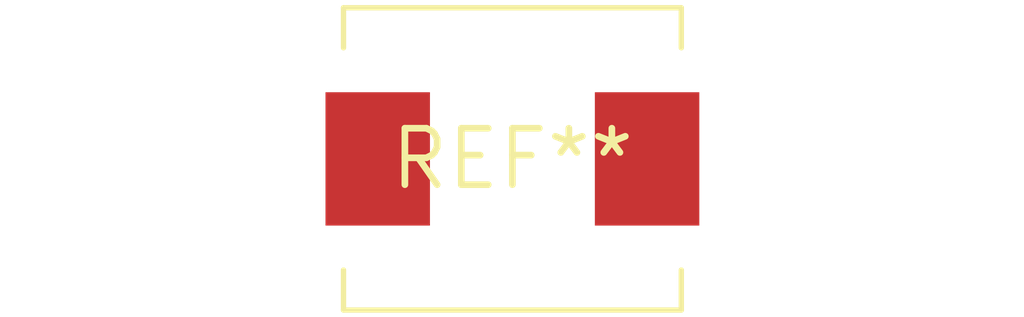
<source format=kicad_pcb>
(kicad_pcb (version 20240108) (generator pcbnew)
  (layers (0 "F.Cu" signal) (31 "B.Cu" signal) (34 "B.Paste" user) (35 "F.Paste" user) (36 "B.SilkS" user "B.Silkscreen") (37 "F.SilkS" user "F.Silkscreen") (38 "B.Mask" user) (39 "F.Mask" user) (44 "Edge.Cuts" user))
  (net 0 "")
  (footprint "L_Neosid_SM-PIC0612H" (layer "F.Cu") (at 0 0)
    (property "Reference" "REF**")
    (property "Value" "L_Neosid_SM-PIC0612H")
    (fp_line (start -3.8 -3.4) (end -3.8 -2.5) (layer "F.SilkS") (stroke (width 0.12)))
    (fp_line (start -3.8 2.5) (end -3.8 3.4) (layer "F.SilkS") (stroke (width 0.12)))
    (fp_line (start -3.8 3.4) (end 3.8 3.4) (layer "F.SilkS") (stroke (width 0.12)))
    (fp_line (start 3.8 -3.4) (end -3.8 -3.4) (layer "F.SilkS") (stroke (width 0.12)))
    (fp_line (start 3.8 -2.5) (end 3.8 -3.4) (layer "F.SilkS") (stroke (width 0.12)))
    (fp_line (start 3.8 3.4) (end 3.8 2.5) (layer "F.SilkS") (stroke (width 0.12)))
    (pad "1" smd rect (at -3.03 0) (size 2.35 3) (layers "F.Cu" "F.Paste" "F.Mask"))
    (pad "2" smd rect (at 3.03 0) (size 2.35 3) (layers "F.Cu" "F.Paste" "F.Mask"))
  )
)
</source>
